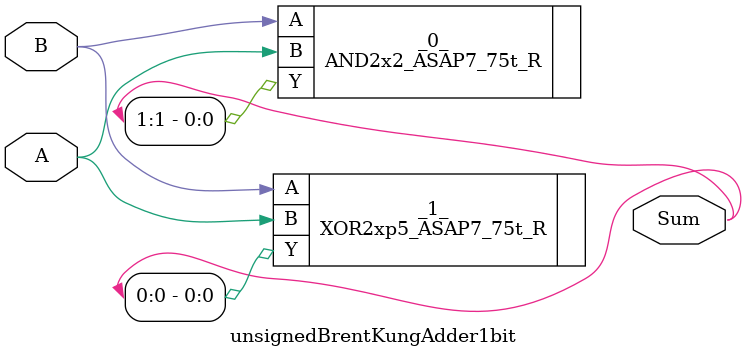
<source format=v>
/* Generated by Yosys 0.53+39 (git sha1 388955031, g++ 12.2.0-14 -fPIC -O3) */

module AndGate(a, b, y);
  input a;
  wire a;
  input b;
  wire b;
  output y;
  wire y;
  AND2x2_ASAP7_75t_R _0_ (
    .A(b),
    .B(a),
    .Y(y)
  );
endmodule

module NR_2_2(A, B, Product);
  input [1:0] A;
  wire [1:0] A;
  input [1:0] B;
  wire [1:0] B;
  wire P_0_0;
  wire P_0_1;
  wire P_1_0;
  wire P_1_1;
  output [3:0] Product;
  wire [3:0] Product;
  AndGate uut0 (
    .a(A[0]),
    .b(B[0]),
    .y(P_0_0)
  );
  AndGate uut1 (
    .a(A[1]),
    .b(B[0]),
    .y(P_0_1)
  );
  AndGate uut2 (
    .a(A[0]),
    .b(B[1]),
    .y(P_1_0)
  );
  AndGate uut3 (
    .a(A[1]),
    .b(B[1]),
    .y(P_1_1)
  );
  unsignedBrentKungAdder1bit uut4 (
    .A(P_0_1),
    .B(P_1_0),
    .Sum({ Product[3], Product[1] })
  );
  assign { Product[2], Product[0] } = { P_1_1, P_0_0 };
endmodule

module unsignedBrentKungAdder1bit(A, B, Sum);
  input A;
  wire A;
  input B;
  wire B;
  output [1:0] Sum;
  wire [1:0] Sum;
  AND2x2_ASAP7_75t_R _0_ (
    .A(B),
    .B(A),
    .Y(Sum[1])
  );
  XOR2xp5_ASAP7_75t_R _1_ (
    .A(B),
    .B(A),
    .Y(Sum[0])
  );
endmodule

</source>
